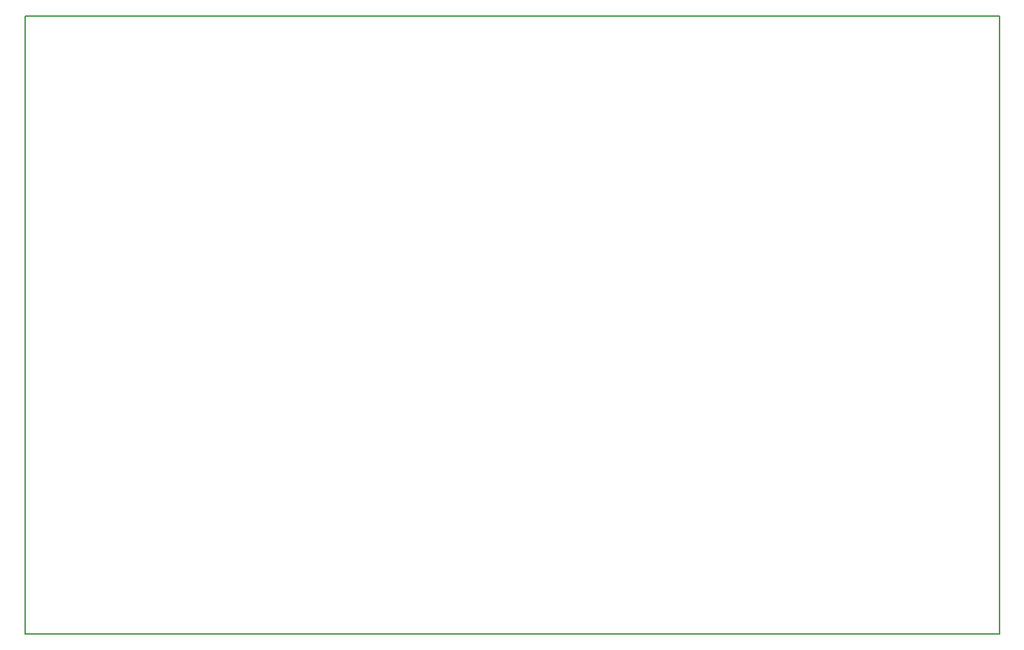
<source format=gko>
G04 Layer_Color=16711935*
%FSLAX25Y25*%
%MOIN*%
G70*
G01*
G75*
%ADD53C,0.00500*%
D53*
X100000Y100000D02*
Y395000D01*
Y100000D02*
X565000D01*
Y395000D01*
X100000D02*
X565000D01*
M02*

</source>
